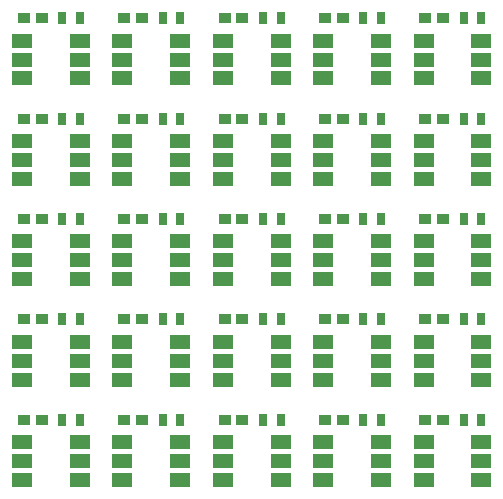
<source format=gts>
G04 #@! TF.FileFunction,Soldermask,Top*
%FSLAX46Y46*%
G04 Gerber Fmt 4.6, Leading zero omitted, Abs format (unit mm)*
G04 Created by KiCad (PCBNEW 4.0.2+dfsg1-stable) date Mo 06 Jun 2016 00:17:18 CEST*
%MOMM*%
G01*
G04 APERTURE LIST*
%ADD10C,0.100000*%
%ADD11R,0.700000X1.100000*%
%ADD12R,1.000000X0.950000*%
%ADD13R,1.700000X1.200000*%
G04 APERTURE END LIST*
D10*
D11*
X57500000Y-54000000D03*
X56000000Y-54000000D03*
X49000000Y-54000000D03*
X47500000Y-54000000D03*
X40500000Y-54000000D03*
X39000000Y-54000000D03*
X32000000Y-54000000D03*
X30500000Y-54000000D03*
X23500000Y-54000000D03*
X22000000Y-54000000D03*
X57500000Y-45500000D03*
X56000000Y-45500000D03*
X49000000Y-45500000D03*
X47500000Y-45500000D03*
X40500000Y-45500000D03*
X39000000Y-45500000D03*
X32000000Y-45500000D03*
X30500000Y-45500000D03*
X23500000Y-45500000D03*
X22000000Y-45500000D03*
X57500000Y-37000000D03*
X56000000Y-37000000D03*
X49000000Y-37000000D03*
X47500000Y-37000000D03*
X40500000Y-37000000D03*
X39000000Y-37000000D03*
X32000000Y-37000000D03*
X30500000Y-37000000D03*
X23500000Y-37000000D03*
X22000000Y-37000000D03*
X57500000Y-28500000D03*
X56000000Y-28500000D03*
X49000000Y-28500000D03*
X47500000Y-28500000D03*
X40500000Y-28500000D03*
X39000000Y-28500000D03*
X32000000Y-28500000D03*
X30500000Y-28500000D03*
X23500000Y-28500000D03*
X22000000Y-28500000D03*
X57500000Y-20000000D03*
X56000000Y-20000000D03*
X49000000Y-20000000D03*
X47500000Y-20000000D03*
X40500000Y-20000000D03*
X39000000Y-20000000D03*
X32000000Y-20000000D03*
X30500000Y-20000000D03*
D12*
X54250000Y-54000000D03*
X52750000Y-54000000D03*
X45750000Y-54000000D03*
X44250000Y-54000000D03*
X37250000Y-54000000D03*
X35750000Y-54000000D03*
X28750000Y-54000000D03*
X27250000Y-54000000D03*
X20250000Y-54000000D03*
X18750000Y-54000000D03*
X54250000Y-45500000D03*
X52750000Y-45500000D03*
X45750000Y-45500000D03*
X44250000Y-45500000D03*
X37250000Y-45500000D03*
X35750000Y-45500000D03*
X28750000Y-45500000D03*
X27250000Y-45500000D03*
X20250000Y-45500000D03*
X18750000Y-45500000D03*
X54250000Y-37000000D03*
X52750000Y-37000000D03*
X45750000Y-37000000D03*
X44250000Y-37000000D03*
X37250000Y-37000000D03*
X35750000Y-37000000D03*
X28750000Y-37000000D03*
X27250000Y-37000000D03*
X20250000Y-37000000D03*
X18750000Y-37000000D03*
X54250000Y-28500000D03*
X52750000Y-28500000D03*
X45750000Y-28500000D03*
X44250000Y-28500000D03*
X37250000Y-28500000D03*
X35750000Y-28500000D03*
X28750000Y-28500000D03*
X27250000Y-28500000D03*
X20250000Y-28500000D03*
X18750000Y-28500000D03*
X54250000Y-20000000D03*
X52750000Y-20000000D03*
X45750000Y-20000000D03*
X44250000Y-20000000D03*
X37250000Y-20000000D03*
X35750000Y-20000000D03*
X28750000Y-20000000D03*
X27250000Y-20000000D03*
D13*
X52600000Y-55900000D03*
X52600000Y-57500000D03*
X52600000Y-59100000D03*
X57500000Y-59100000D03*
X57500000Y-57500000D03*
X57500000Y-55900000D03*
X44100000Y-55900000D03*
X44100000Y-57500000D03*
X44100000Y-59100000D03*
X49000000Y-59100000D03*
X49000000Y-57500000D03*
X49000000Y-55900000D03*
X35600000Y-55900000D03*
X35600000Y-57500000D03*
X35600000Y-59100000D03*
X40500000Y-59100000D03*
X40500000Y-57500000D03*
X40500000Y-55900000D03*
X27100000Y-55900000D03*
X27100000Y-57500000D03*
X27100000Y-59100000D03*
X32000000Y-59100000D03*
X32000000Y-57500000D03*
X32000000Y-55900000D03*
X18600000Y-55900000D03*
X18600000Y-57500000D03*
X18600000Y-59100000D03*
X23500000Y-59100000D03*
X23500000Y-57500000D03*
X23500000Y-55900000D03*
X52600000Y-47400000D03*
X52600000Y-49000000D03*
X52600000Y-50600000D03*
X57500000Y-50600000D03*
X57500000Y-49000000D03*
X57500000Y-47400000D03*
X44100000Y-47400000D03*
X44100000Y-49000000D03*
X44100000Y-50600000D03*
X49000000Y-50600000D03*
X49000000Y-49000000D03*
X49000000Y-47400000D03*
X35600000Y-47400000D03*
X35600000Y-49000000D03*
X35600000Y-50600000D03*
X40500000Y-50600000D03*
X40500000Y-49000000D03*
X40500000Y-47400000D03*
X27100000Y-47400000D03*
X27100000Y-49000000D03*
X27100000Y-50600000D03*
X32000000Y-50600000D03*
X32000000Y-49000000D03*
X32000000Y-47400000D03*
X18600000Y-47400000D03*
X18600000Y-49000000D03*
X18600000Y-50600000D03*
X23500000Y-50600000D03*
X23500000Y-49000000D03*
X23500000Y-47400000D03*
X52600000Y-38900000D03*
X52600000Y-40500000D03*
X52600000Y-42100000D03*
X57500000Y-42100000D03*
X57500000Y-40500000D03*
X57500000Y-38900000D03*
X44100000Y-38900000D03*
X44100000Y-40500000D03*
X44100000Y-42100000D03*
X49000000Y-42100000D03*
X49000000Y-40500000D03*
X49000000Y-38900000D03*
X35600000Y-38900000D03*
X35600000Y-40500000D03*
X35600000Y-42100000D03*
X40500000Y-42100000D03*
X40500000Y-40500000D03*
X40500000Y-38900000D03*
X27100000Y-38900000D03*
X27100000Y-40500000D03*
X27100000Y-42100000D03*
X32000000Y-42100000D03*
X32000000Y-40500000D03*
X32000000Y-38900000D03*
X18600000Y-38900000D03*
X18600000Y-40500000D03*
X18600000Y-42100000D03*
X23500000Y-42100000D03*
X23500000Y-40500000D03*
X23500000Y-38900000D03*
X52600000Y-30400000D03*
X52600000Y-32000000D03*
X52600000Y-33600000D03*
X57500000Y-33600000D03*
X57500000Y-32000000D03*
X57500000Y-30400000D03*
X44100000Y-30400000D03*
X44100000Y-32000000D03*
X44100000Y-33600000D03*
X49000000Y-33600000D03*
X49000000Y-32000000D03*
X49000000Y-30400000D03*
X35600000Y-30400000D03*
X35600000Y-32000000D03*
X35600000Y-33600000D03*
X40500000Y-33600000D03*
X40500000Y-32000000D03*
X40500000Y-30400000D03*
X27100000Y-30400000D03*
X27100000Y-32000000D03*
X27100000Y-33600000D03*
X32000000Y-33600000D03*
X32000000Y-32000000D03*
X32000000Y-30400000D03*
X18600000Y-30400000D03*
X18600000Y-32000000D03*
X18600000Y-33600000D03*
X23500000Y-33600000D03*
X23500000Y-32000000D03*
X23500000Y-30400000D03*
X52600000Y-21900000D03*
X52600000Y-23500000D03*
X52600000Y-25100000D03*
X57500000Y-25100000D03*
X57500000Y-23500000D03*
X57500000Y-21900000D03*
X44100000Y-21900000D03*
X44100000Y-23500000D03*
X44100000Y-25100000D03*
X49000000Y-25100000D03*
X49000000Y-23500000D03*
X49000000Y-21900000D03*
X35600000Y-21900000D03*
X35600000Y-23500000D03*
X35600000Y-25100000D03*
X40500000Y-25100000D03*
X40500000Y-23500000D03*
X40500000Y-21900000D03*
X27100000Y-21900000D03*
X27100000Y-23500000D03*
X27100000Y-25100000D03*
X32000000Y-25100000D03*
X32000000Y-23500000D03*
X32000000Y-21900000D03*
D12*
X20250000Y-20000000D03*
X18750000Y-20000000D03*
D13*
X18600000Y-21900000D03*
X18600000Y-23500000D03*
X18600000Y-25100000D03*
X23500000Y-25100000D03*
X23500000Y-23500000D03*
X23500000Y-21900000D03*
D11*
X23500000Y-20000000D03*
X22000000Y-20000000D03*
M02*

</source>
